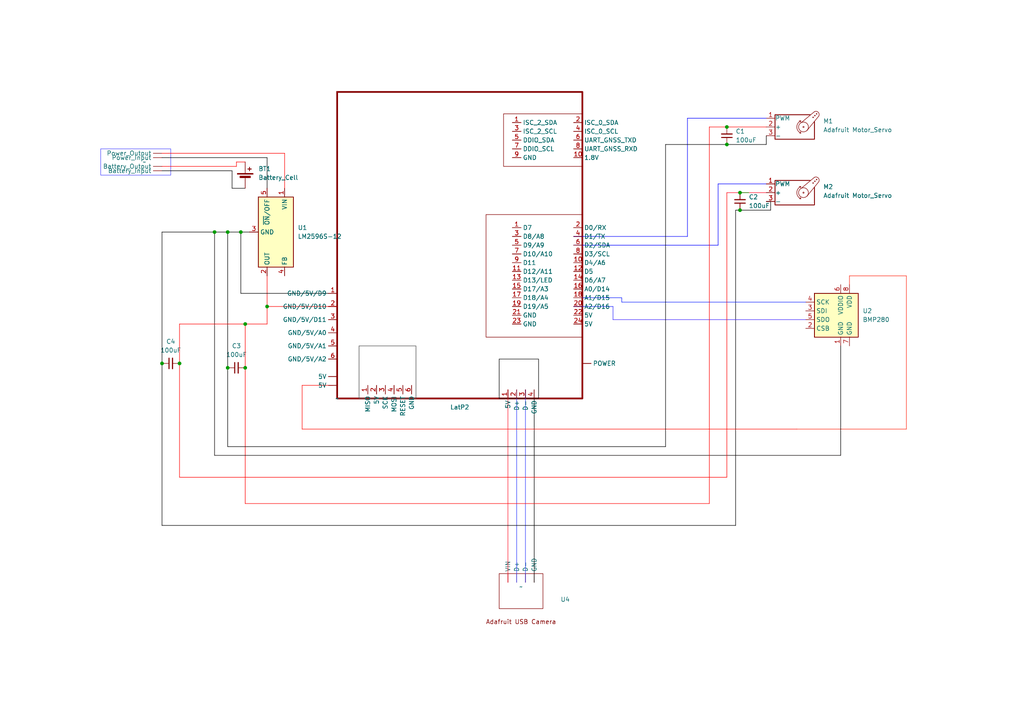
<source format=kicad_sch>
(kicad_sch (version 20230121) (generator eeschema)
  (paper "A4")
  (title_block (title "BOBOT1"))
  (lib_symbols
    (symbol "Device:Battery_Cell" (pin_numbers hide) (pin_names (offset 0) hide)
      (property "Reference" "BT" (at 2.54 2.54 0))
      (property "Value" "Battery_Cell" (at 2.54 0 0))
      (symbol "Battery_Cell_0_1"
        (rectangle (start -2.286 1.778) (end 2.286 1.524) (fill (type outline)))
        (rectangle (start -1.524 1.016) (end 1.524 0.508) (fill (type outline)))
        (polyline (pts (xy 0 0.762) (xy 0 0)))
        (polyline (pts (xy 0 1.778) (xy 0 2.54)))
        (polyline (pts (xy 0.762 3.048) (xy 1.778 3.048)) (stroke (width 0.254)))
        (polyline (pts (xy 1.27 3.556) (xy 1.27 2.54)) (stroke (width 0.254)))
      )
      (symbol "Battery_Cell_1_1"
        (pin passive line (at 0 5.08 270) (length 2.54) (name "+") (number "1"))
        (pin passive line (at 0 -2.54 90) (length 2.54) (name "-") (number "2"))
      )
    )
    (symbol "Device:C_Small" (pin_numbers hide) (pin_names (offset 0.254) hide)
      (property "Reference" "C" (at 0.254 1.778 0))
      (property "Value" "C_Small" (at 0.254 -2.032 0))
      (symbol "C_Small_0_1"
        (polyline (pts (xy -1.524 -0.508) (xy 1.524 -0.508)) (stroke (width 0.3302)))
        (polyline (pts (xy -1.524 0.508) (xy 1.524 0.508)) (stroke (width 0.3048)))
      )
      (symbol "C_Small_1_1"
        (pin passive line (at 0 2.54 270) (length 2.032) (name "~") (number "1"))
        (pin passive line (at 0 -2.54 90) (length 2.032) (name "~") (number "2"))
      )
    )
    (symbol "LattePandav1:LattePandav1"
      (property "Reference" "LatP" (at 35.56 52.07 0))
      (symbol "LattePandav1_0_1"
        (rectangle (start 0 88.9) (end 71.12 0))
      )
      (symbol "LattePandav1_1_1"
        (pin input line (at 50.8 49.53 180) (length 2.54) (name "D7") (number "1"))
        (pin input line (at 0 30.48 180) (length 2.54) (name "GND/5V/D9") (number "1"))
        (pin input line (at 50.8 80.01 180) (length 2.54) (name "ISC_2_SDA") (number "1"))
        (pin output line (at 68.58 69.85 180) (length 2.54) (name "1.8V") (number "10"))
        (pin input line (at 68.58 39.37 180) (length 2.54) (name "D4/A6") (number "10"))
        (pin input line (at 50.8 36.83 180) (length 2.54) (name "D12/A11") (number "11"))
        (pin input line (at 68.58 36.83 180) (length 2.54) (name "D5") (number "12"))
        (pin input line (at 50.8 34.29 180) (length 2.54) (name "D13/LED") (number "13"))
        (pin input line (at 68.58 34.29 180) (length 2.54) (name "D6/A7") (number "14"))
        (pin input line (at 50.8 31.75 180) (length 2.54) (name "D17/A3") (number "15"))
        (pin input line (at 68.58 31.75 180) (length 2.54) (name "A0/D14") (number "16"))
        (pin input line (at 50.8 29.21 180) (length 2.54) (name "D18/A4") (number "17"))
        (pin input line (at 68.58 29.21 180) (length 2.54) (name "A1/D15") (number "18"))
        (pin input line (at 50.8 26.67 180) (length 2.54) (name "D19/A5") (number "19"))
        (pin input line (at 68.58 49.53 180) (length 2.54) (name "D0/RX") (number "2"))
        (pin input line (at 0 26.67 180) (length 2.54) (name "GND/5V/D10") (number "2"))
        (pin input line (at 68.58 80.01 180) (length 2.54) (name "ISC_0_SDA") (number "2"))
        (pin input line (at 68.58 26.67 180) (length 2.54) (name "A2/D16") (number "20"))
        (pin input line (at 50.8 24.13 180) (length 2.54) (name "GND") (number "21"))
        (pin output line (at 68.58 24.13 180) (length 2.54) (name "5V") (number "22"))
        (pin input line (at 50.8 21.59 180) (length 2.54) (name "GND") (number "23"))
        (pin input line (at 68.58 21.59 180) (length 2.54) (name "5V") (number "24"))
        (pin input line (at 50.8 46.99 180) (length 2.54) (name "D8/A8") (number "3"))
        (pin input line (at 0 22.86 180) (length 2.54) (name "GND/5V/D11") (number "3"))
        (pin input line (at 50.8 77.47 180) (length 2.54) (name "ISC_2_SCL") (number "3"))
        (pin input line (at 68.58 46.99 180) (length 2.54) (name "D1/TX") (number "4"))
        (pin input line (at 0 19.05 180) (length 2.54) (name "GND/5V/A0") (number "4"))
        (pin input line (at 68.58 77.47 180) (length 2.54) (name "ISC_0_SCL") (number "4"))
        (pin input line (at 50.8 44.45 180) (length 2.54) (name "D9/A9") (number "5"))
        (pin input line (at 50.8 74.93 180) (length 2.54) (name "DDIO_SDA") (number "5"))
        (pin input line (at 0 15.24 180) (length 2.54) (name "GND/5V/A1") (number "5"))
        (pin input line (at 68.58 44.45 180) (length 2.54) (name "D2/SDA") (number "6"))
        (pin input line (at 0 11.43 180) (length 2.54) (name "GND/5V/A2") (number "6"))
        (pin input line (at 68.58 74.93 180) (length 2.54) (name "UART_GNSS_TXD") (number "6"))
        (pin input line (at 50.8 41.91 180) (length 2.54) (name "D10/A10") (number "7"))
        (pin input line (at 50.8 72.39 180) (length 2.54) (name "DDIO_SCL") (number "7"))
        (pin input line (at 68.58 41.91 180) (length 2.54) (name "D3/SCL") (number "8"))
        (pin input line (at 68.58 72.39 180) (length 2.54) (name "UART_GNSS_RXD") (number "8"))
        (pin input line (at 50.8 39.37 180) (length 2.54) (name "D11") (number "9"))
        (pin input line (at 50.8 69.85 180) (length 2.54) (name "GND") (number "9"))
      )
    )
    (symbol "LattePandav1_1"
      (property "Reference" "LatP2" (at 35.56 -2.54 0))
      (property "Value" "~" (at 0 0 0))
      (symbol "LattePandav1_1_0_1"
        (rectangle (start 43.18 53.34) (end 71.12 17.78))
        (rectangle (start 48.26 82.55) (end 71.12 67.31))
      )
      (symbol "LattePandav1_1_1_1"
        (rectangle (start 0 88.9) (end 71.12 0) (stroke (width 0.5)))
        (rectangle (start 6.35 15.24) (end 22.86 0) (stroke (width 0) (color 72 72 72 1)))
        (rectangle (start 46.99 11.43) (end 58.42 0) (stroke (width 0) (color 0 0 0 1)))
        (pin power_out line (at 0 3.81 180) (length 2.54) (name "5V") (number ""))
        (pin power_out line (at 0 6.35 180) (length 2.54) (name "5V") (number ""))
        (pin power_in line (at 71.12 10.16 0) (length 2.54) (name "POWER") (number ""))
        (pin power_out line (at 49.53 2.54 270) (length 2.54) (name "5V") (number "1"))
        (pin input line (at 50.8 49.53 0) (length 2.54) (name "D7") (number "1"))
        (pin input line (at 0 30.48 180) (length 2.54) (name "GND/5V/D9") (number "1"))
        (pin input line (at 50.8 80.01 0) (length 2.54) (name "ISC_2_SDA") (number "1"))
        (pin input line (at 8.89 3.81 270) (length 2.54) (name "MISO") (number "1"))
        (pin power_out line (at 68.58 69.85 0) (length 2.54) (name "1.8V") (number "10"))
        (pin input line (at 68.58 39.37 0) (length 2.54) (name "D4/A6") (number "10"))
        (pin input line (at 50.8 36.83 0) (length 2.54) (name "D12/A11") (number "11"))
        (pin input line (at 68.58 36.83 0) (length 2.54) (name "D5") (number "12"))
        (pin input line (at 50.8 34.29 0) (length 2.54) (name "D13/LED") (number "13"))
        (pin input line (at 68.58 34.29 0) (length 2.54) (name "D6/A7") (number "14"))
        (pin input line (at 50.8 31.75 0) (length 2.54) (name "D17/A3") (number "15"))
        (pin input line (at 68.58 31.75 0) (length 2.54) (name "A0/D14") (number "16"))
        (pin input line (at 50.8 29.21 0) (length 2.54) (name "D18/A4") (number "17"))
        (pin input line (at 68.58 29.21 0) (length 2.54) (name "A1/D15") (number "18"))
        (pin input line (at 50.8 26.67 0) (length 2.54) (name "D19/A5") (number "19"))
        (pin power_out line (at 11.43 3.81 270) (length 2.54) (name "5V") (number "2"))
        (pin output line (at 52.07 2.54 270) (length 2.54) (name "D+") (number "2"))
        (pin input line (at 68.58 49.53 0) (length 2.54) (name "D0/RX") (number "2"))
        (pin input line (at 0 26.67 180) (length 2.54) (name "GND/5V/D10") (number "2"))
        (pin input line (at 68.58 80.01 0) (length 2.54) (name "ISC_0_SDA") (number "2"))
        (pin input line (at 68.58 26.67 0) (length 2.54) (name "A2/D16") (number "20"))
        (pin input line (at 50.8 24.13 0) (length 2.54) (name "GND") (number "21"))
        (pin power_out line (at 68.58 24.13 0) (length 2.54) (name "5V") (number "22"))
        (pin input line (at 50.8 21.59 0) (length 2.54) (name "GND") (number "23"))
        (pin power_out line (at 68.58 21.59 0) (length 2.54) (name "5V") (number "24"))
        (pin input line (at 54.61 2.54 270) (length 2.54) (name "D-") (number "3"))
        (pin input line (at 50.8 46.99 0) (length 2.54) (name "D8/A8") (number "3"))
        (pin input line (at 0 22.86 180) (length 2.54) (name "GND/5V/D11") (number "3"))
        (pin input line (at 50.8 77.47 0) (length 2.54) (name "ISC_2_SCL") (number "3"))
        (pin input line (at 13.97 3.81 270) (length 2.54) (name "SCK") (number "3"))
        (pin input line (at 68.58 46.99 0) (length 2.54) (name "D1/TX") (number "4"))
        (pin passive line (at 57.15 2.54 270) (length 2.54) (name "GND") (number "4"))
        (pin input line (at 0 19.05 180) (length 2.54) (name "GND/5V/A0") (number "4"))
        (pin input line (at 68.58 77.47 0) (length 2.54) (name "ISC_0_SCL") (number "4"))
        (pin input line (at 16.51 3.81 270) (length 2.54) (name "MOSI") (number "4"))
        (pin input line (at 50.8 44.45 0) (length 2.54) (name "D9/A9") (number "5"))
        (pin input line (at 50.8 74.93 0) (length 2.54) (name "DDIO_SDA") (number "5"))
        (pin input line (at 0 15.24 180) (length 2.54) (name "GND/5V/A1") (number "5"))
        (pin free line (at 19.05 3.81 270) (length 2.54) (name "RESET") (number "5"))
        (pin input line (at 68.58 44.45 0) (length 2.54) (name "D2/SDA") (number "6"))
        (pin passive line (at 21.59 3.81 270) (length 2.54) (name "GND") (number "6"))
        (pin input line (at 0 11.43 180) (length 2.54) (name "GND/5V/A2") (number "6"))
        (pin input line (at 68.58 74.93 0) (length 2.54) (name "UART_GNSS_TXD") (number "6"))
        (pin input line (at 50.8 41.91 0) (length 2.54) (name "D10/A10") (number "7"))
        (pin input line (at 50.8 72.39 0) (length 2.54) (name "DDIO_SCL") (number "7"))
        (pin input line (at 68.58 41.91 0) (length 2.54) (name "D3/SCL") (number "8"))
        (pin input line (at 68.58 72.39 0) (length 2.54) (name "UART_GNSS_RXD") (number "8"))
        (pin input line (at 50.8 39.37 0) (length 2.54) (name "D11") (number "9"))
        (pin input line (at 50.8 69.85 0) (length 2.54) (name "GND") (number "9"))
      )
    )
    (symbol "Motor:Motor_Servo" (pin_names (offset 0.0254))
      (property "Reference" "M" (at -5.08 4.445 0))
      (property "Value" "Motor_Servo" (at -5.08 -4.064 0))
      (symbol "Motor_Servo_0_1"
        (polyline (pts (xy 2.413 -1.778) (xy 2.032 -1.778)))
        (polyline (pts (xy 2.413 -1.778) (xy 2.286 -1.397)))
        (polyline (pts (xy 2.413 1.778) (xy 1.905 1.778)))
        (polyline (pts (xy 2.413 1.778) (xy 2.286 1.397)))
        (polyline (pts (xy 6.35 4.445) (xy 2.54 1.27)))
        (polyline (pts (xy 7.62 3.175) (xy 4.191 -1.016)))
        (polyline (pts (xy 5.08 3.556) (xy -5.08 3.556) (xy -5.08 -3.556) (xy 6.35 -3.556) (xy 6.35 1.524)) (stroke (width 0.254)))
        (arc (start 2.413 1.778) (mid 1.2406 0) (end 2.413 -1.778))
        (circle (center 3.175 0) (radius 0.1778))
        (circle (center 3.175 0) (radius 1.4224))
        (circle (center 5.969 2.794) (radius 0.127))
        (circle (center 6.477 3.302) (radius 0.127))
        (circle (center 6.985 3.81) (radius 0.127))
        (arc (start 7.62 3.175) (mid 7.4485 4.2735) (end 6.35 4.445))
      )
      (symbol "Motor_Servo_1_1"
        (pin passive line (at -7.62 2.54 0) (length 2.54) (name "PWM") (number "1"))
        (pin passive line (at -7.62 0 0) (length 2.54) (name "+") (number "2"))
        (pin passive line (at -7.62 -2.54 0) (length 2.54) (name "-") (number "3"))
      )
    )
    (symbol "Regulator_Switching:LM2596S-12"
      (property "Reference" "U" (at -10.16 6.35 0))
      (property "Value" "LM2596S-12" (at 0 6.35 0))
      (symbol "LM2596S-12_0_1"
        (rectangle (start -10.16 5.08) (end 10.16 -5.08) (stroke (width 0.254)) (fill (type background)))
      )
      (symbol "LM2596S-12_1_1"
        (pin power_in line (at -12.7 2.54 0) (length 2.54) (name "VIN") (number "1"))
        (pin output line (at 12.7 -2.54 180) (length 2.54) (name "OUT") (number "2"))
        (pin power_in line (at 0 -7.62 90) (length 2.54) (name "GND") (number "3"))
        (pin input line (at 12.7 2.54 180) (length 2.54) (name "FB") (number "4"))
        (pin input line (at -12.7 -2.54 0) (length 2.54) (name "~{ON}/OFF") (number "5"))
      )
    )
    (symbol "Sensor_Pressure:BMP280"
      (property "Reference" "U" (at -7.62 10.16 0))
      (property "Value" "BMP280" (at 5.08 10.16 0))
      (symbol "BMP280_0_1"
        (rectangle (start -7.62 -5.08) (end 5.08 7.62) (stroke (width 0.254)) (fill (type background)))
      )
      (symbol "BMP280_1_1"
        (pin power_in line (at 0 -7.62 90) (length 2.54) (name "GND") (number "1"))
        (pin input line (at -10.16 -2.54 0) (length 2.54) (name "CSB") (number "2"))
        (pin bidirectional line (at -10.16 2.54 0) (length 2.54) (name "SDI") (number "3"))
        (pin input line (at -10.16 5.08 0) (length 2.54) (name "SCK") (number "4"))
        (pin bidirectional line (at -10.16 0 0) (length 2.54) (name "SDO") (number "5"))
        (pin power_in line (at 0 10.16 270) (length 2.54) (name "VDDIO") (number "6"))
        (pin power_in line (at 2.54 -7.62 90) (length 2.54) (name "GND") (number "7"))
        (pin power_in line (at 2.54 10.16 270) (length 2.54) (name "VDD") (number "8"))
      )
    )
    (symbol "Voltage_Disconnect_Board_1"
      (property "Reference" "Voltage_Disconnect_Board2" (at 9.906 -15.24 90))
      (property "Value" "~" (at 0 0 0))
      (symbol "Voltage_Disconnect_Board_1_1_1"
        (rectangle (start -7.62 3.81) (end 12.7 -3.81) (stroke (width 0) (color 85 82 255 1)))
        (pin input line (at -5.08 2.54 0) (length 2.54) (name "Battery_Input") (number ""))
        (pin input line (at -5.08 1.27 0) (length 2.54) (name "Battery_Output") (number ""))
        (pin power_out line (at -5.08 -1.27 0) (length 2.54) (name "Power_Input") (number ""))
        (pin power_out line (at -5.08 -2.54 0) (length 2.54) (name "Power_Output") (number ""))
      )
    )
    (symbol "adafruit_USB_camera_1"
      (property "Reference" "U" (at 0 0 0))
      (symbol "adafruit_USB_camera_1_0_1"
        (rectangle (start -6.35 3.81) (end 6.35 -6.35))
      )
      (symbol "adafruit_USB_camera_1_1_1"
        (text "Adafruit USB Camera\n" (at 0 -10.16 0) (effects (font (size 1.27 1.27))))
        (pin output line (at -1.27 1.27 90) (length 2.54) (name "D+") (number ""))
        (pin input line (at 1.27 1.27 90) (length 2.54) (name "D-") (number ""))
        (pin passive line (at 3.81 1.27 90) (length 2.54) (name "GND") (number ""))
        (pin power_in line (at -3.81 1.27 90) (length 2.54) (name "VIN") (number ""))
      )
    )
  )
  (junction (at 214.63 55.88))
  (junction (at 52.07 105.41))
  (junction (at 77.47 88.9))
  (junction (at 71.12 106.68))
  (junction (at 66.04 106.68))
  (junction (at 71.12 93.98))
  (junction (at 210.82 41.91))
  (junction (at 46.99 105.41))
  (junction (at 62.23 67.31))
  (junction (at 69.85 67.31))
  (junction (at 214.63 60.96))
  (junction (at 66.04 67.31))
  (junction (at 210.82 36.83))
  (wire (pts (xy 71.12 146.05) (xy 205.74 146.05)) (stroke (width 0) (color 255 0 0 1)))
  (wire (pts (xy 154.94 113.03) (xy 154.94 168.91)) (stroke (width 0) (color 0 0 0 1)))
  (wire (pts (xy 243.84 132.08) (xy 243.84 100.33)) (stroke (width 0) (color 0 0 0 1)))
  (wire (pts (xy 233.68 87.63) (xy 180.34 87.63)) (stroke (width 0) (color 25 46 255 1)))
  (wire (pts (xy 87.63 124.46) (xy 87.63 111.76)) (stroke (width 0) (color 255 12 6 1)))
  (wire (pts (xy 62.23 67.31) (xy 62.23 132.08)) (stroke (width 0) (color 6 0 0 1)))
  (wire (pts (xy 149.86 113.03) (xy 149.86 168.91)) (stroke (width 0) (color 48 62 255 1)))
  (wire (pts (xy 66.04 129.54) (xy 193.04 129.54)) (stroke (width 0) (color 0 0 0 1)))
  (wire (pts (xy 210.82 138.43) (xy 210.82 55.88)) (stroke (width 0) (color 255 0 0 1)))
  (wire (pts (xy 67.31 54.61) (xy 67.31 49.53)) (stroke (width 0) (color 0 0 0 1)))
  (wire (pts (xy 208.28 53.34) (xy 208.28 71.12)) (stroke (width 0) (color 0 0 255 1)))
  (wire (pts (xy 210.82 41.91) (xy 193.04 41.91)) (stroke (width 0) (color 0 0 0 1)))
  (wire (pts (xy 77.47 88.9) (xy 97.79 88.9)) (stroke (width 0) (color 255 0 0 1)))
  (wire (pts (xy 246.38 80.01) (xy 246.38 82.55)) (stroke (width 0) (color 255 46 25 1)))
  (wire (pts (xy 52.07 138.43) (xy 210.82 138.43)) (stroke (width 0) (color 255 0 0 1)))
  (wire (pts (xy 77.47 93.98) (xy 71.12 93.98)) (stroke (width 0) (color 255 0 0 1)))
  (wire (pts (xy 46.99 152.4) (xy 213.36 152.4)) (stroke (width 0) (color 0 0 0 1)))
  (wire (pts (xy 77.47 45.72) (xy 46.99 45.72)) (stroke (width 0) (color 0 0 0 1)))
  (wire (pts (xy 69.85 67.31) (xy 72.39 67.31)) (stroke (width 0) (color 0 0 0 1)))
  (wire (pts (xy 62.23 132.08) (xy 243.84 132.08)) (stroke (width 0) (color 6 0 0 1)))
  (wire (pts (xy 262.89 80.01) (xy 246.38 80.01)) (stroke (width 0) (color 255 46 25 1)))
  (wire (pts (xy 66.04 67.31) (xy 62.23 67.31)) (stroke (width 0) (color 0 0 0 1)))
  (wire (pts (xy 262.89 124.46) (xy 262.89 80.01)) (stroke (width 0) (color 255 46 25 1)))
  (wire (pts (xy 166.37 68.58) (xy 199.39 68.58)) (stroke (width 0) (color 0 0 255 1)))
  (wire (pts (xy 199.39 68.58) (xy 199.39 34.29)) (stroke (width 0) (color 0 0 255 1)))
  (wire (pts (xy 210.82 55.88) (xy 214.63 55.88)) (stroke (width 0) (color 255 20 47 1)))
  (wire (pts (xy 77.47 88.9) (xy 77.47 93.98)) (stroke (width 0) (color 255 0 0 1)))
  (wire (pts (xy 210.82 41.91) (xy 222.25 41.91)) (stroke (width 0) (color 0 0 0 1)))
  (wire (pts (xy 152.4 113.03) (xy 152.4 168.91)) (stroke (width 0) (color 48 62 255 1)))
  (wire (pts (xy 208.28 71.12) (xy 166.37 71.12)) (stroke (width 0) (color 0 0 255 1)))
  (wire (pts (xy 231.14 124.46) (xy 262.89 124.46)) (stroke (width 0) (color 255 46 25 1)))
  (wire (pts (xy 177.8 88.9) (xy 166.37 88.9)) (stroke (width 0) (color 28 41 255 1)))
  (wire (pts (xy 62.23 67.31) (xy 46.99 67.31)) (stroke (width 0) (color 0 0 0 1)))
  (wire (pts (xy 233.68 92.71) (xy 177.8 92.71)) (stroke (width 0) (color 72 46 255 1)))
  (wire (pts (xy 180.34 87.63) (xy 180.34 86.36)) (stroke (width 0) (color 22 37 255 1)))
  (wire (pts (xy 205.74 146.05) (xy 205.74 36.83)) (stroke (width 0) (color 255 0 0 1)))
  (wire (pts (xy 214.63 60.96) (xy 223.52 60.96)) (stroke (width 0) (color 0 0 0 1)))
  (wire (pts (xy 71.12 93.98) (xy 71.12 106.68)) (stroke (width 0) (color 255 0 0 1)))
  (wire (pts (xy 52.07 93.98) (xy 52.07 105.41)) (stroke (width 0) (color 255 0 0 1)))
  (wire (pts (xy 213.36 60.96) (xy 214.63 60.96)) (stroke (width 0) (color 0 0 0 1)))
  (wire (pts (xy 205.74 36.83) (xy 210.82 36.83)) (stroke (width 0) (color 255 0 0 1)))
  (wire (pts (xy 67.31 49.53) (xy 46.99 49.53)) (stroke (width 0) (color 0 0 0 1)))
  (wire (pts (xy 66.04 67.31) (xy 66.04 106.68)) (stroke (width 0) (color 0 0 0 1)))
  (wire (pts (xy 199.39 34.29) (xy 222.25 34.29)) (stroke (width 0) (color 0 0 255 1)))
  (wire (pts (xy 68.58 46.99) (xy 71.12 46.99)) (stroke (width 0) (color 255 0 0 1)))
  (wire (pts (xy 52.07 105.41) (xy 52.07 138.43)) (stroke (width 0) (color 255 0 0 1)))
  (wire (pts (xy 213.36 152.4) (xy 213.36 60.96)) (stroke (width 0) (color 0 0 0 1)))
  (wire (pts (xy 77.47 45.72) (xy 77.47 54.61)) (stroke (width 0) (color 0 0 0 1)))
  (wire (pts (xy 66.04 106.68) (xy 66.04 129.54)) (stroke (width 0) (color 0 0 0 1)))
  (wire (pts (xy 87.63 111.76) (xy 96.52 111.76)) (stroke (width 0) (color 255 12 6 1)))
  (wire (pts (xy 147.32 113.03) (xy 147.32 168.91)) (stroke (width 0) (color 255 27 44 1)))
  (wire (pts (xy 67.31 54.61) (xy 71.12 54.61)) (stroke (width 0) (color 0 0 0 1)))
  (wire (pts (xy 223.52 58.42) (xy 222.25 58.42)) (stroke (width 0) (color 0 0 0 1)))
  (wire (pts (xy 222.25 41.91) (xy 222.25 39.37)) (stroke (width 0) (color 0 0 0 1)))
  (wire (pts (xy 214.63 55.88) (xy 217.17 55.88)))
  (wire (pts (xy 214.63 55.88) (xy 222.25 55.88)) (stroke (width 0) (color 255 20 47 1)))
  (wire (pts (xy 69.85 85.09) (xy 95.25 85.09)) (stroke (width 0) (color 0 0 0 1)))
  (wire (pts (xy 177.8 92.71) (xy 177.8 88.9)) (stroke (width 0) (color 46 44 255 1)))
  (wire (pts (xy 208.28 53.34) (xy 222.25 53.34)) (stroke (width 0) (color 0 0 255 1)))
  (wire (pts (xy 193.04 41.91) (xy 193.04 129.54)) (stroke (width 0) (color 0 0 0 1)))
  (wire (pts (xy 46.99 67.31) (xy 46.99 105.41)) (stroke (width 0) (color 0 0 0 1)))
  (wire (pts (xy 223.52 60.96) (xy 223.52 58.42)) (stroke (width 0) (color 0 0 0 1)))
  (wire (pts (xy 46.99 105.41) (xy 46.99 152.4)) (stroke (width 0) (color 0 0 0 1)))
  (wire (pts (xy 77.47 88.9) (xy 77.47 80.01)) (stroke (width 0) (color 255 0 0 1)))
  (wire (pts (xy 68.58 48.26) (xy 68.58 46.99)) (stroke (width 0) (color 255 0 0 1)))
  (wire (pts (xy 180.34 86.36) (xy 166.37 86.36)) (stroke (width 0) (color 16 34 255 1)))
  (wire (pts (xy 66.04 67.31) (xy 69.85 67.31)) (stroke (width 0) (color 0 0 0 1)))
  (wire (pts (xy 46.99 44.45) (xy 82.55 44.45)) (stroke (width 0) (color 255 0 0 1)))
  (wire (pts (xy 71.12 93.98) (xy 52.07 93.98)) (stroke (width 0) (color 255 0 0 1)))
  (wire (pts (xy 69.85 67.31) (xy 69.85 85.09)) (stroke (width 0) (color 0 0 0 1)))
  (wire (pts (xy 210.82 36.83) (xy 222.25 36.83)) (stroke (width 0) (color 255 0 0 1)))
  (wire (pts (xy 82.55 44.45) (xy 82.55 54.61)) (stroke (width 0) (color 255 0 0 1)))
  (wire (pts (xy 71.12 106.68) (xy 71.12 146.05)) (stroke (width 0) (color 255 0 0 1)))
  (wire (pts (xy 46.99 48.26) (xy 68.58 48.26)) (stroke (width 0) (color 255 0 0 1)))
  (wire (pts (xy 87.63 124.46) (xy 231.14 124.46)) (stroke (width 0) (color 255 12 6 1)))
  (symbol (lib_id "Device:C_Small") (at 210.82 39.37 180) (unit 1)
    (property "Reference" "C1" (at 213.36 38.0936 0) (effects (justify right)))
    (property "Value" "100uF" (at 213.36 40.6336 0) (effects (justify right)))
  )
  (symbol (lib_id "Motor:Motor_Servo") (at 229.87 36.83 0) (unit 1)
    (property "Reference" "M1" (at 238.76 35.1266 0) (effects (justify left)))
    (property "Value" "Adafruit Motor_Servo" (at 238.76 37.6666 0) (effects (justify left)))
    (property "Datasheet" "http://forums.parallax.com/uploads/attachments/46831/74481.png" (effects hide))
  )
  (symbol (lib_name "Voltage_Disconnect_Board_1") (lib_id "New_Library:Voltage_Disconnect_Board") (at 41.91 46.99 180) (unit 1)
    (property "Reference" "Voltage_Disconnect_Board2" (effects hide))
    (property "Value" "~" (at 41.91 46.99 0))
  )
  (symbol (lib_id "Sensor_Pressure:BMP280") (at 243.84 92.71 0) (unit 1)
    (property "Reference" "U2" (at 250.19 90.17 0) (effects (justify left)))
    (property "Value" "BMP280" (at 250.19 92.71 0) (effects (justify left)))
    (property "Footprint" "Package_LGA:Bosch_LGA-8_2x2.5mm_P0.65mm_ClockwisePinNumbering" (effects hide))
    (property "Datasheet" "https://ae-bst.resource.bosch.com/media/_tech/media/datasheets/BST-BMP280-DS001.pdf" (effects hide))
  )
  (symbol (lib_id "Device:Battery_Cell") (at 71.12 52.07 0) (unit 1)
    (property "Reference" "BT1" (at 74.93 48.9585 0) (effects (justify left)))
    (property "Value" "Battery_Cell" (at 74.93 51.4985 0) (effects (justify left)))
  )
  (symbol (lib_id "Device:C_Small") (at 49.53 105.41 90) (unit 1)
    (property "Reference" "C4" (at 49.5363 99.06 90))
    (property "Value" "100uF" (at 49.5363 101.6 90))
  )
  (symbol (lib_id "Device:C_Small") (at 214.63 58.42 180) (unit 1)
    (property "Reference" "C2" (at 217.17 57.1436 0) (effects (justify right)))
    (property "Value" "100uF" (at 217.17 59.6836 0) (effects (justify right)))
  )
  (symbol (lib_name "adafruit_USB_camera_1") (lib_id "BOBOT_library:adafruit_USB_camera") (at 151.13 170.18 0) (unit 1)
    (property "Reference" "U4" (at 162.56 173.8658 0) (effects (justify left)))
    (property "Value" "~" (at 151.13 170.18 0))
  )
  (symbol (lib_id "Device:C_Small") (at 68.58 106.68 90) (unit 1)
    (property "Reference" "C3" (at 68.5863 100.33 90))
    (property "Value" "100uF" (at 68.5863 102.87 90))
  )
  (symbol (lib_id "LattePandav1:LattePandav1") (at 8425.18 8418.83 0) (unit 1)
    (property "Reference" "LatP1" (at 8459.47 8328.66 0))
    (property "Value" "~" (at 8425.18 8418.83 0))
  )
  (symbol (lib_name "LattePandav1_1") (lib_id "LattePandav1:LattePandav1") (at 97.79 115.57 0) (unit 1)
    (property "Reference" "LatP2" (at 133.35 118.11 0))
    (property "Value" "~" (at 97.79 115.57 0))
  )
  (symbol (lib_id "Regulator_Switching:LM2596S-12") (at 80.01 67.31 270) (unit 1)
    (property "Reference" "U1" (at 86.36 66.04 90) (effects (justify left)))
    (property "Value" "LM2596S-12" (at 86.36 68.58 90) (effects (justify left)))
    (property "Footprint" "Package_TO_SOT_SMD:TO-263-5_TabPin3" (effects hide))
    (property "Datasheet" "http://www.ti.com/lit/ds/symlink/lm2596.pdf" (effects hide))
  )
  (symbol (lib_id "Motor:Motor_Servo") (at 229.87 55.88 0) (unit 1)
    (property "Reference" "M2" (at 238.76 54.1766 0) (effects (justify left)))
    (property "Value" "Adafruit Motor_Servo" (at 238.76 56.7166 0) (effects (justify left)))
    (property "Datasheet" "http://forums.parallax.com/uploads/attachments/46831/74481.png" (effects hide))
  )
)
</source>
